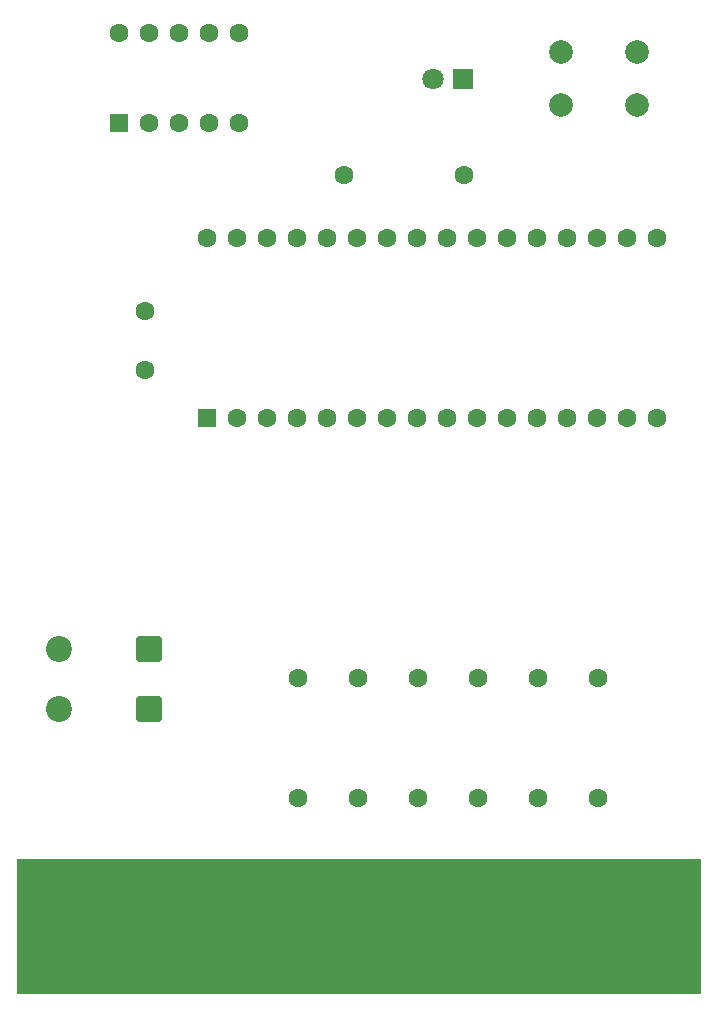
<source format=gts>
%TF.GenerationSoftware,KiCad,Pcbnew,9.0.5-1.fc42*%
%TF.CreationDate,2025-11-09T17:32:47+08:00*%
%TF.ProjectId,JACC64-512K,4a414343-3634-42d3-9531-324b2e6b6963,rev?*%
%TF.SameCoordinates,Original*%
%TF.FileFunction,Soldermask,Top*%
%TF.FilePolarity,Negative*%
%FSLAX46Y46*%
G04 Gerber Fmt 4.6, Leading zero omitted, Abs format (unit mm)*
G04 Created by KiCad (PCBNEW 9.0.5-1.fc42) date 2025-11-09 17:32:47*
%MOMM*%
%LPD*%
G01*
G04 APERTURE LIST*
G04 Aperture macros list*
%AMRoundRect*
0 Rectangle with rounded corners*
0 $1 Rounding radius*
0 $2 $3 $4 $5 $6 $7 $8 $9 X,Y pos of 4 corners*
0 Add a 4 corners polygon primitive as box body*
4,1,4,$2,$3,$4,$5,$6,$7,$8,$9,$2,$3,0*
0 Add four circle primitives for the rounded corners*
1,1,$1+$1,$2,$3*
1,1,$1+$1,$4,$5*
1,1,$1+$1,$6,$7*
1,1,$1+$1,$8,$9*
0 Add four rect primitives between the rounded corners*
20,1,$1+$1,$2,$3,$4,$5,0*
20,1,$1+$1,$4,$5,$6,$7,0*
20,1,$1+$1,$6,$7,$8,$9,0*
20,1,$1+$1,$8,$9,$2,$3,0*%
G04 Aperture macros list end*
%ADD10C,0.000000*%
%ADD11C,1.600000*%
%ADD12RoundRect,0.249999X0.850001X0.850001X-0.850001X0.850001X-0.850001X-0.850001X0.850001X-0.850001X0*%
%ADD13C,2.200000*%
%ADD14RoundRect,0.250000X0.550000X-0.550000X0.550000X0.550000X-0.550000X0.550000X-0.550000X-0.550000X0*%
%ADD15C,2.000000*%
%ADD16R,1.800000X1.800000*%
%ADD17C,1.800000*%
%ADD18R,1.524000X11.430000*%
G04 APERTURE END LIST*
D10*
G36*
X177593800Y-153113900D02*
G01*
X119681800Y-153113900D01*
X119681800Y-141683900D01*
X177593800Y-141683900D01*
X177593800Y-153113900D01*
G37*
D11*
X143496600Y-126393100D03*
X143496600Y-136553100D03*
D12*
X130857800Y-123903900D03*
D13*
X123237800Y-123903900D03*
D11*
X158736600Y-126393100D03*
X158736600Y-136553100D03*
D14*
X128317800Y-79411400D03*
D11*
X130857800Y-79411400D03*
X133397800Y-79411400D03*
X135937800Y-79411400D03*
X138477800Y-79411400D03*
X138477800Y-71791400D03*
X135937800Y-71791400D03*
X133397800Y-71791400D03*
X130857800Y-71791400D03*
X128317800Y-71791400D03*
X153656600Y-126393100D03*
X153656600Y-136553100D03*
D15*
X172207800Y-77893900D03*
X165707800Y-77893900D03*
X172207800Y-73393900D03*
X165707800Y-73393900D03*
D11*
X168896600Y-126393100D03*
X168896600Y-136553100D03*
D14*
X135748100Y-104385200D03*
D11*
X138288100Y-104385200D03*
X140828100Y-104385200D03*
X143368100Y-104385200D03*
X145908100Y-104385200D03*
X148448100Y-104385200D03*
X150988100Y-104385200D03*
X153528100Y-104385200D03*
X156068100Y-104385200D03*
X158608100Y-104385200D03*
X161148100Y-104385200D03*
X163688100Y-104385200D03*
X166228100Y-104385200D03*
X168768100Y-104385200D03*
X171308100Y-104385200D03*
X173848100Y-104385200D03*
X173848100Y-89145200D03*
X171308100Y-89145200D03*
X168768100Y-89145200D03*
X166228100Y-89145200D03*
X163688100Y-89145200D03*
X161148100Y-89145200D03*
X158608100Y-89145200D03*
X156068100Y-89145200D03*
X153528100Y-89145200D03*
X150988100Y-89145200D03*
X148448100Y-89145200D03*
X145908100Y-89145200D03*
X143368100Y-89145200D03*
X140828100Y-89145200D03*
X138288100Y-89145200D03*
X135748100Y-89145200D03*
X130488200Y-95307000D03*
X130488200Y-100307000D03*
X163816600Y-126393100D03*
X163816600Y-136553100D03*
X147320000Y-83820000D03*
X157480000Y-83820000D03*
D16*
X157475200Y-75643900D03*
D17*
X154935200Y-75643900D03*
D12*
X130857800Y-128983900D03*
D13*
X123237800Y-128983900D03*
D18*
X121967800Y-147398900D03*
X124507800Y-147398900D03*
X127047800Y-147398900D03*
X129587800Y-147398900D03*
X132127800Y-147398900D03*
X134667800Y-147398900D03*
X137207800Y-147398900D03*
X139747800Y-147398900D03*
X142287800Y-147398900D03*
X144827800Y-147398900D03*
X147367800Y-147398900D03*
X149907800Y-147398900D03*
X152447800Y-147398900D03*
X154987800Y-147398900D03*
X157527800Y-147398900D03*
X160067800Y-147398900D03*
X162607800Y-147398900D03*
X165147800Y-147398900D03*
X167687800Y-147398900D03*
X170227800Y-147398900D03*
X172767800Y-147398900D03*
X175307800Y-147398900D03*
X121967800Y-147398900D03*
X124507800Y-147398900D03*
X127047800Y-147398900D03*
X129587800Y-147398900D03*
X132127800Y-147398900D03*
X134667800Y-147398900D03*
X137207800Y-147398900D03*
X139747800Y-147398900D03*
X142287800Y-147398900D03*
X144827800Y-147398900D03*
X147367800Y-147398900D03*
X149907800Y-147398900D03*
X152447800Y-147398900D03*
X154987800Y-147398900D03*
X157527800Y-147398900D03*
X160067800Y-147398900D03*
X162607800Y-147398900D03*
X165147800Y-147398900D03*
X167687800Y-147398900D03*
X170227800Y-147398900D03*
X172767800Y-147398900D03*
X175307800Y-147398900D03*
D11*
X148576600Y-126393100D03*
X148576600Y-136553100D03*
M02*

</source>
